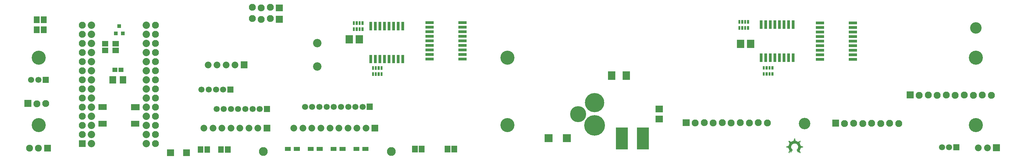
<source format=gbr>
G04 start of page 7 for group -4063 idx -4063 *
G04 Title: AYAB-RS_F, componentmask *
G04 Creator: pcb 20140316 *
G04 CreationDate: Mon 08 Feb 2021 11:07:46 PM GMT UTC *
G04 For: tom *
G04 Format: Gerber/RS-274X *
G04 PCB-Dimensions (mil): 11000.00 1900.00 *
G04 PCB-Coordinate-Origin: lower left *
%MOIN*%
%FSLAX25Y25*%
%LNTOPMASK*%
%ADD128C,0.0280*%
%ADD127C,0.0080*%
%ADD126C,0.0040*%
%ADD125R,0.0790X0.0790*%
%ADD124R,0.0217X0.0217*%
%ADD123R,0.0300X0.0300*%
%ADD122R,0.0450X0.0450*%
%ADD121R,0.1290X0.1290*%
%ADD120R,0.0750X0.0750*%
%ADD119R,0.0800X0.0800*%
%ADD118R,0.0632X0.0632*%
%ADD117R,0.0494X0.0494*%
%ADD116R,0.0730X0.0730*%
%ADD115R,0.0612X0.0612*%
%ADD114R,0.0654X0.0654*%
%ADD113R,0.0634X0.0634*%
%ADD112R,0.0401X0.0401*%
%ADD111C,0.0970*%
%ADD110C,0.1540*%
%ADD109C,0.1260*%
%ADD108C,0.1760*%
%ADD107C,0.2260*%
%ADD106C,0.2110*%
%ADD105C,0.0759*%
%ADD104C,0.0669*%
%ADD103C,0.0739*%
%ADD102C,0.0920*%
%ADD101C,0.0800*%
%ADD100C,0.0001*%
%ADD99C,0.0760*%
G54D99*X165000Y118000D03*
Y108000D03*
Y98000D03*
Y88000D03*
Y78000D03*
Y68000D03*
Y58000D03*
Y48000D03*
Y38000D03*
Y28000D03*
G54D100*G36*
X195200Y21800D02*Y14200D01*
X202800D01*
Y21800D01*
X195200D01*
G37*
G36*
X177700D02*Y14200D01*
X185300D01*
Y21800D01*
X177700D01*
G37*
G54D101*X155000Y108000D03*
Y98000D03*
Y88000D03*
Y78000D03*
Y68000D03*
Y58000D03*
Y48000D03*
Y38000D03*
Y28000D03*
G54D100*G36*
X296700Y180800D02*Y173200D01*
X304300D01*
Y180800D01*
X296700D01*
G37*
G36*
Y168300D02*Y160700D01*
X304300D01*
Y168300D01*
X296700D01*
G37*
G54D99*X290657Y177787D03*
Y165287D03*
X280815Y177000D03*
Y164500D03*
X270972Y177787D03*
Y165287D03*
G54D102*X342000Y138300D03*
G54D100*G36*
X258306Y118194D02*Y110806D01*
X265694D01*
Y118194D01*
X258306D01*
G37*
G54D103*X252157Y114500D03*
X242315D03*
X232472D03*
X222630D03*
G54D102*X342000Y112700D03*
G54D100*G36*
X283306Y48694D02*Y41306D01*
X290694D01*
Y48694D01*
X283306D01*
G37*
G54D103*X277157Y45000D03*
X267315D03*
X257472D03*
X247630D03*
X237787D03*
X227945D03*
X218102D03*
G54D100*G36*
X283654Y69346D02*Y62654D01*
X290346D01*
Y69346D01*
X283654D01*
G37*
G54D104*X279126Y66000D03*
X271252D03*
X336508Y68500D03*
X328634D03*
X263378Y66000D03*
X255504D03*
X247630D03*
X239756D03*
X231882D03*
G54D100*G36*
X243654Y90678D02*Y83985D01*
X250346D01*
Y90678D01*
X243654D01*
G37*
G54D104*X239126Y87331D03*
X231252D03*
X223378D03*
X215504D03*
G54D99*X85000Y108000D03*
Y118000D03*
Y128000D03*
Y138000D03*
Y148000D03*
Y158000D03*
Y58000D03*
Y68000D03*
Y78000D03*
Y88000D03*
G54D100*G36*
X81200Y31800D02*Y24200D01*
X88800D01*
Y31800D01*
X81200D01*
G37*
G54D99*X85000Y38000D03*
G54D101*X95000Y28000D03*
Y38000D03*
G54D99*X85000Y48000D03*
G54D101*X95000D03*
Y58000D03*
Y68000D03*
G54D100*G36*
X21700Y75972D02*Y68372D01*
X29300D01*
Y75972D01*
X21700D01*
G37*
G54D99*X35343Y71778D03*
X45185Y72172D03*
G54D100*G36*
X43206Y26794D02*Y19206D01*
X50794D01*
Y26794D01*
X43206D01*
G37*
G36*
X41528Y101346D02*Y94654D01*
X48221D01*
Y101346D01*
X41528D01*
G37*
G54D104*X37000Y98000D03*
X29126D03*
G54D105*X37157Y23000D03*
X27315D03*
G54D99*X165000Y158000D03*
Y148000D03*
Y138000D03*
G54D101*X155000Y158000D03*
Y148000D03*
Y138000D03*
G54D99*X165000Y128000D03*
G54D101*X155000D03*
Y118000D03*
G54D99*X85000Y98000D03*
G54D101*X95000Y78000D03*
Y88000D03*
Y98000D03*
Y108000D03*
Y118000D03*
Y128000D03*
Y138000D03*
Y148000D03*
Y158000D03*
G54D106*X645500Y73000D03*
G54D107*Y48000D03*
G54D108*X627500Y60500D03*
G54D100*G36*
X396154Y71846D02*Y65154D01*
X402846D01*
Y71846D01*
X396154D01*
G37*
G54D104*X391626Y68500D03*
X383752D03*
X375878D03*
X368004D03*
X360130D03*
X352256D03*
X344382D03*
G54D100*G36*
X401390Y48694D02*Y41306D01*
X408777D01*
Y48694D01*
X401390D01*
G37*
G36*
X610700Y38300D02*Y29700D01*
X619300D01*
Y38300D01*
X610700D01*
G37*
G36*
X590700D02*Y29700D01*
X599300D01*
Y38300D01*
X590700D01*
G37*
G54D103*X395240Y45000D03*
X385398D03*
X375555D03*
X365713D03*
X355870D03*
X346028D03*
X336185D03*
X326343D03*
X316500D03*
G54D100*G36*
X1081149Y27194D02*Y19806D01*
X1088536D01*
Y27194D01*
X1081149D01*
G37*
G54D103*X1075000Y23500D03*
X1065158D03*
G54D100*G36*
X1037654Y27346D02*Y20654D01*
X1044346D01*
Y27346D01*
X1037654D01*
G37*
G54D104*X1033126Y24000D03*
X1025252D03*
G54D100*G36*
X741830Y54800D02*Y47200D01*
X749430D01*
Y54800D01*
X741830D01*
G37*
G54D99*X755473Y50606D03*
X765315Y51000D03*
X775158Y50606D03*
X785000Y51000D03*
X794843Y50606D03*
X804685Y51000D03*
X814528Y50606D03*
X824370Y51000D03*
X834213Y50606D03*
G54D100*G36*
X986830Y85300D02*Y77700D01*
X994430D01*
Y85300D01*
X986830D01*
G37*
G54D99*X1000473Y81106D03*
X1010315Y81500D03*
X1020158Y81106D03*
X1030000Y81500D03*
X1039843Y81106D03*
X1049685Y81500D03*
X1059528Y81106D03*
X1069370Y81500D03*
X1079213Y81106D03*
G54D100*G36*
X905200Y54300D02*Y46700D01*
X912800D01*
Y54300D01*
X905200D01*
G37*
G54D99*X918843Y50106D03*
X928685Y50500D03*
X938528Y50106D03*
X948370Y50500D03*
X958213Y50106D03*
X968055Y50500D03*
X977898Y50106D03*
G54D109*X875000Y50000D03*
G54D110*X1062500Y122500D03*
Y48500D03*
G54D109*Y155000D03*
G54D110*X37500Y122500D03*
Y48500D03*
G54D111*X283000Y19500D03*
G54D110*X550000Y122500D03*
Y48500D03*
G54D111*X423000Y19500D03*
G54D112*X121760Y149134D02*Y148993D01*
X129240Y149134D02*Y148993D01*
X125500Y157007D02*Y156866D01*
G54D113*X141535Y49945D02*X144291D01*
G54D114*X141535Y68055D02*X144291D01*
G54D115*X109607Y130260D02*X110393D01*
X109607Y137740D02*X110393D01*
X121107D02*X121893D01*
X121107Y130260D02*X121893D01*
G54D116*X129511Y98393D02*Y97607D01*
X118489Y98393D02*Y97607D01*
G54D117*X120457Y109000D02*X120851D01*
X127149D02*X127543D01*
G54D113*X105709Y49945D02*X108465D01*
X105709Y68055D02*X108465D01*
G54D118*X35260Y164393D02*Y163607D01*
X42740Y164393D02*Y163607D01*
X35260Y153393D02*Y152607D01*
X42740Y153393D02*Y152607D01*
G54D119*X664000Y103500D02*Y102000D01*
X680000Y103500D02*Y102000D01*
G54D120*X715607Y54989D02*X716393D01*
X715607Y66011D02*X716393D01*
G54D121*X698200Y39300D02*Y28100D01*
X675200Y39300D02*Y28100D01*
G54D118*X448760Y22393D02*Y21607D01*
X456240Y22393D02*Y21607D01*
X484500Y22393D02*Y21607D01*
X491980Y22393D02*Y21607D01*
G54D122*X393760Y22100D02*X395760D01*
X383860D02*X385860D01*
X368760D02*X370760D01*
X358860D02*X360860D01*
X318760D02*X320760D01*
X308860D02*X310860D01*
X343760D02*X345760D01*
X333860D02*X335860D01*
G54D115*X236760Y21893D02*Y21107D01*
X244240Y21893D02*Y21107D01*
X214260Y21893D02*Y21107D01*
X221740Y21893D02*Y21107D01*
G54D123*X462000Y161000D02*X468000D01*
X462000Y156000D02*X468000D01*
X462000Y151000D02*X468000D01*
X462000Y146000D02*X468000D01*
X462000Y141000D02*X468000D01*
X462000Y136000D02*X468000D01*
X462000Y131000D02*X468000D01*
X462000Y126000D02*X468000D01*
X462000Y121000D02*X468000D01*
X435500Y160200D02*Y154000D01*
X430500Y160200D02*Y154000D01*
X425500Y160200D02*Y154000D01*
X420500Y160200D02*Y154000D01*
X415500Y160200D02*Y154000D01*
X498000Y121000D02*X504000D01*
X498000Y126000D02*X504000D01*
X498000Y131000D02*X504000D01*
X498000Y136000D02*X504000D01*
X498000Y141000D02*X504000D01*
X498000Y146000D02*X504000D01*
X498000Y151000D02*X504000D01*
X498000Y156000D02*X504000D01*
X498000Y161000D02*X504000D01*
G54D124*X412402Y105193D02*Y103421D01*
X409252Y105193D02*Y103421D01*
X406102Y105193D02*Y103421D01*
X402953Y105193D02*Y103421D01*
X412402Y111886D02*Y110114D01*
X409252Y111886D02*Y110114D01*
X406102Y111886D02*Y110114D01*
X402953Y111886D02*Y110114D01*
G54D123*X400500Y124000D02*Y117800D01*
X405500Y124000D02*Y117800D01*
X410500Y124000D02*Y117800D01*
X415500Y124000D02*Y117800D01*
X420500Y124000D02*Y117800D01*
X425500Y124000D02*Y117800D01*
X430500Y124000D02*Y117800D01*
X435500Y124000D02*Y117800D01*
G54D124*X391450Y154500D02*Y152728D01*
Y161193D02*Y159421D01*
X388300Y154500D02*Y152728D01*
Y161193D02*Y159421D01*
X385150Y154500D02*Y152728D01*
G54D125*X388011Y142893D02*Y142107D01*
G54D124*X385150Y161193D02*Y159421D01*
X382001Y161193D02*Y159421D01*
Y154500D02*Y152728D01*
G54D125*X376989Y142893D02*Y142107D01*
G54D123*X410500Y160200D02*Y154000D01*
X405500Y160200D02*Y154000D01*
X400500Y160200D02*Y154000D01*
X889000Y160500D02*X895000D01*
X889000Y155500D02*X895000D01*
X889000Y150500D02*X895000D01*
X889000Y145500D02*X895000D01*
X925000D02*X931000D01*
X925000Y150500D02*X931000D01*
X925000Y155500D02*X931000D01*
X925000Y160500D02*X931000D01*
X889000Y140500D02*X895000D01*
X925000D02*X931000D01*
X889000Y135500D02*X895000D01*
X925000D02*X931000D01*
X889000Y130500D02*X895000D01*
X889000Y125500D02*X895000D01*
X889000Y120500D02*X895000D01*
X925000D02*X931000D01*
X925000Y125500D02*X931000D01*
X925000Y130500D02*X931000D01*
X862500Y161700D02*Y155500D01*
X857500Y161700D02*Y155500D01*
X852500Y161700D02*Y155500D01*
X847500Y161700D02*Y155500D01*
X842500Y161700D02*Y155500D01*
X837500Y161700D02*Y155500D01*
X832500Y161700D02*Y155500D01*
X827500Y161700D02*Y155500D01*
G54D124*X813150Y155886D02*Y154114D01*
Y162579D02*Y160807D01*
X810000Y162579D02*Y160807D01*
X806850Y162579D02*Y160807D01*
X803701Y162579D02*Y160807D01*
X810000Y155886D02*Y154114D01*
X806850Y155886D02*Y154114D01*
X803701Y155886D02*Y154114D01*
G54D123*X827500Y125500D02*Y119300D01*
G54D125*X804989Y137893D02*Y137107D01*
X816011Y137893D02*Y137107D01*
G54D123*X832500Y125500D02*Y119300D01*
X837500Y125500D02*Y119300D01*
X842500Y125500D02*Y119300D01*
X847500Y125500D02*Y119300D01*
X852500Y125500D02*Y119300D01*
X857500Y125500D02*Y119300D01*
X862500Y125500D02*Y119300D01*
G54D124*X839800Y105386D02*Y103614D01*
Y112079D02*Y110307D01*
X836650Y105386D02*Y103614D01*
Y112079D02*Y110307D01*
X833500Y105386D02*Y103614D01*
Y112079D02*Y110307D01*
X830351Y105386D02*Y103614D01*
Y112079D02*Y110307D01*
G54D126*X857235Y18405D02*X858624Y20430D01*
X858515Y20635D02*X858624Y20430D01*
G54D127*X857805Y18275D02*X859155Y20395D01*
X857805Y18275D02*X859665Y19615D01*
G54D128*X858325Y24465D02*X859925Y20865D01*
G54D126*X857235Y18405D02*X857905Y17735D01*
X859925Y19115D01*
X860465Y18785D01*
X861545Y21375D01*
G54D127*X860135Y19330D02*X861015Y21340D01*
G54D126*X857855Y21895D02*X858515Y20635D01*
X861135Y21705D02*X861545Y21375D01*
X860535Y22515D02*X861135Y21705D01*
X860145Y23455D02*X860535Y22515D01*
X860010Y24480D02*X860145Y23455D01*
X860010Y24480D02*X860085Y25265D01*
X860325Y26015D01*
X860705Y26735D01*
X861505Y30515D02*X863045Y30995D01*
X860075Y29775D02*X861505Y30515D01*
X857915Y31256D02*X860075Y29775D01*
G54D127*X857825Y30745D02*X859885Y29395D01*
G54D126*X857245Y30595D02*X857915Y31256D01*
X857245Y30595D02*X858685Y28405D01*
G54D127*X857825Y30745D02*X859325Y28415D01*
G54D126*X857415Y25435D02*X857905Y26965D01*
X857365Y23575D02*X857685Y22465D01*
X857855Y21895D01*
X854905Y24975D02*X857415Y25435D01*
X854905Y24025D02*X857365Y23575D01*
G54D127*X855225Y24545D02*X857435Y23845D01*
X855225Y24565D02*X857525Y24965D01*
G54D126*X854905Y24975D02*Y24025D01*
X857918Y27005D02*X858685Y28405D01*
X857918Y27005D02*X857925Y27025D01*
X857905Y26965D02*X857925Y27025D01*
G54D128*X858325Y24465D02*X860125Y28365D01*
G54D126*X860705Y26735D02*X861105Y27215D01*
X861725Y27755D01*
X862445Y28155D01*
X863225Y28395D01*
X864005Y28475D01*
X864785Y28395D01*
G54D128*X860125Y28365D02*X863925Y30165D01*
G54D126*X864785Y28395D02*X865525Y28175D01*
X866235Y27795D01*
X866745Y27355D01*
X867305Y26725D01*
X867655Y26085D01*
X867905Y25305D01*
X867995Y24515D01*
X869295Y28445D02*X870085Y27015D01*
X867855Y23465D02*X867995Y24515D01*
X867475Y22525D02*X867855Y23465D01*
X866865Y21705D02*X867475Y22525D01*
X866465Y21345D02*X866865Y21705D01*
G54D128*X868125Y28365D02*X869725Y24465D01*
X868125Y20665D02*X869725Y24465D01*
G54D126*X866465Y21345D02*X867531Y18789D01*
G54D127*X866915Y21300D02*X867725Y19450D01*
G54D126*X867531Y18789D02*X868085Y19116D01*
X870085Y17735D01*
X870765Y18405D01*
X869395Y20426D02*X870765Y18405D01*
X869395Y20426D02*X870155Y21925D01*
G54D127*X867945Y19750D02*X870135Y18345D01*
X868795Y20570D02*X870135Y18345D01*
G54D126*X870155Y21925D02*X870645Y23565D01*
X873085Y24025D01*
X873094Y24975D01*
G54D127*X870415Y24070D02*X872675Y24490D01*
X870284Y25037D02*X872675Y24490D01*
G54D126*X870595Y25435D02*X873094Y24975D01*
X870085Y27015D02*X870595Y25435D01*
X869295Y28445D02*X870765Y30585D01*
X870085Y31255D02*X870765Y30585D01*
X867925Y29778D02*X870085Y31255D01*
X866515Y30515D02*X867925Y29778D01*
G54D128*X863925Y30165D02*X868125Y28365D01*
G54D126*X864965Y30985D02*X866515Y30515D01*
X864475Y33585D02*X864965Y30985D01*
X863525Y33585D02*X864475D01*
X863045Y30995D02*X863525Y33585D01*
G54D127*X863925Y33305D02*X864485Y30775D01*
X863335Y30835D02*X863925Y33305D01*
X868775Y28525D02*X870095Y30595D01*
X867795Y29325D02*X870095Y30595D01*
M02*

</source>
